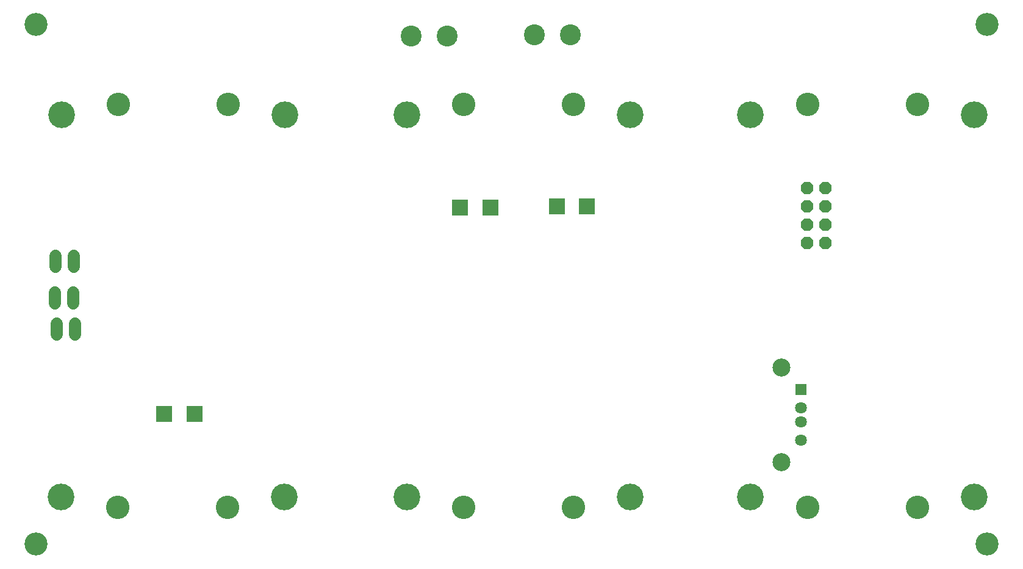
<source format=gbr>
G04 EAGLE Gerber RS-274X export*
G75*
%MOIN*%
%FSLAX34Y34*%
%LPD*%
%INSoldermask Bottom*%
%IPPOS*%
%AMOC8*
5,1,8,0,0,1.08239X$1,22.5*%
G01*
%ADD10C,0.126110*%
%ADD11C,0.128000*%
%ADD12C,0.145795*%
%ADD13R,0.090677X0.090677*%
%ADD14R,0.064220X0.064220*%
%ADD15C,0.064220*%
%ADD16C,0.098551*%
%ADD17C,0.068000*%
%ADD18P,0.073603X8X112.500000*%
%ADD19C,0.114299*%


D10*
X1575Y29921D03*
X1575Y1575D03*
X53543Y29921D03*
X53543Y1575D03*
D11*
X6036Y3572D03*
X12036Y3562D03*
X6074Y25572D03*
X12074Y25562D03*
D12*
X2935Y4145D03*
X2971Y25011D03*
X15176Y24989D03*
X15139Y4123D03*
D11*
X24953Y3567D03*
X30953Y3567D03*
X24953Y25567D03*
X30953Y25567D03*
D12*
X21850Y4134D03*
X21850Y25000D03*
X34055Y25000D03*
X34055Y4134D03*
D11*
X43732Y3567D03*
X49732Y3567D03*
X43732Y25567D03*
X49732Y25567D03*
D12*
X40630Y4134D03*
X40630Y25000D03*
X52835Y25000D03*
X52835Y4134D03*
D13*
X10236Y8685D03*
X8583Y8685D03*
X24748Y19921D03*
X26402Y19921D03*
D14*
X43390Y10000D03*
D15*
X43390Y9016D03*
X43390Y8228D03*
X43390Y7244D03*
D16*
X42323Y11209D03*
X42323Y6035D03*
D17*
X2610Y14700D02*
X2610Y15300D01*
X3610Y15300D02*
X3610Y14700D01*
X2728Y13607D02*
X2728Y13007D01*
X3728Y13007D02*
X3728Y13607D01*
X2650Y16708D02*
X2650Y17308D01*
X3650Y17308D02*
X3650Y16708D01*
D18*
X44713Y17988D03*
X43713Y17988D03*
X44713Y18988D03*
X43713Y18988D03*
X44713Y19988D03*
X43713Y19988D03*
X44713Y20988D03*
X43713Y20988D03*
D19*
X22087Y29291D03*
X24055Y29291D03*
X28819Y29370D03*
X30787Y29370D03*
D13*
X31693Y20000D03*
X30039Y20000D03*
M02*

</source>
